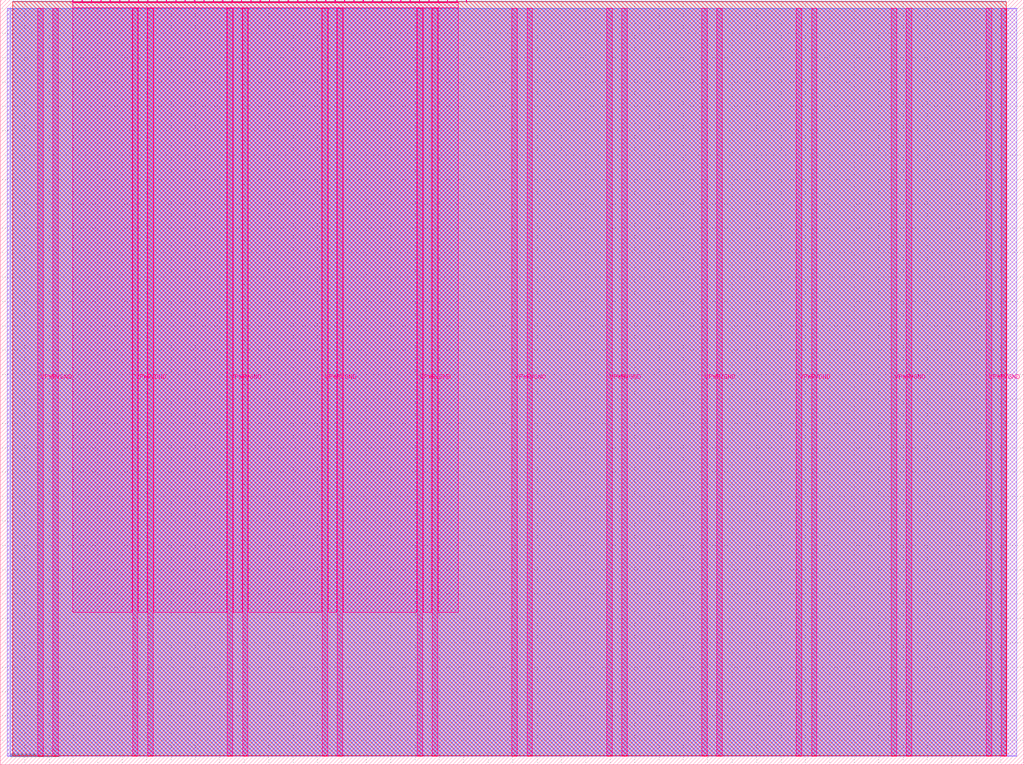
<source format=lef>
VERSION 5.7 ;
  NOWIREEXTENSIONATPIN ON ;
  DIVIDERCHAR "/" ;
  BUSBITCHARS "[]" ;
MACRO tt_um_zec_square1
  CLASS BLOCK ;
  FOREIGN tt_um_zec_square1 ;
  ORIGIN 0.000 0.000 ;
  SIZE 419.520 BY 313.740 ;
  PIN VGND
    DIRECTION INOUT ;
    USE GROUND ;
    PORT
      LAYER Metal5 ;
        RECT 21.580 3.560 23.780 310.180 ;
    END
    PORT
      LAYER Metal5 ;
        RECT 60.450 3.560 62.650 310.180 ;
    END
    PORT
      LAYER Metal5 ;
        RECT 99.320 3.560 101.520 310.180 ;
    END
    PORT
      LAYER Metal5 ;
        RECT 138.190 3.560 140.390 310.180 ;
    END
    PORT
      LAYER Metal5 ;
        RECT 177.060 3.560 179.260 310.180 ;
    END
    PORT
      LAYER Metal5 ;
        RECT 215.930 3.560 218.130 310.180 ;
    END
    PORT
      LAYER Metal5 ;
        RECT 254.800 3.560 257.000 310.180 ;
    END
    PORT
      LAYER Metal5 ;
        RECT 293.670 3.560 295.870 310.180 ;
    END
    PORT
      LAYER Metal5 ;
        RECT 332.540 3.560 334.740 310.180 ;
    END
    PORT
      LAYER Metal5 ;
        RECT 371.410 3.560 373.610 310.180 ;
    END
    PORT
      LAYER Metal5 ;
        RECT 410.280 3.560 412.480 310.180 ;
    END
  END VGND
  PIN VPWR
    DIRECTION INOUT ;
    USE POWER ;
    PORT
      LAYER Metal5 ;
        RECT 15.380 3.560 17.580 310.180 ;
    END
    PORT
      LAYER Metal5 ;
        RECT 54.250 3.560 56.450 310.180 ;
    END
    PORT
      LAYER Metal5 ;
        RECT 93.120 3.560 95.320 310.180 ;
    END
    PORT
      LAYER Metal5 ;
        RECT 131.990 3.560 134.190 310.180 ;
    END
    PORT
      LAYER Metal5 ;
        RECT 170.860 3.560 173.060 310.180 ;
    END
    PORT
      LAYER Metal5 ;
        RECT 209.730 3.560 211.930 310.180 ;
    END
    PORT
      LAYER Metal5 ;
        RECT 248.600 3.560 250.800 310.180 ;
    END
    PORT
      LAYER Metal5 ;
        RECT 287.470 3.560 289.670 310.180 ;
    END
    PORT
      LAYER Metal5 ;
        RECT 326.340 3.560 328.540 310.180 ;
    END
    PORT
      LAYER Metal5 ;
        RECT 365.210 3.560 367.410 310.180 ;
    END
    PORT
      LAYER Metal5 ;
        RECT 404.080 3.560 406.280 310.180 ;
    END
  END VPWR
  PIN clk
    DIRECTION INPUT ;
    USE SIGNAL ;
    ANTENNAGATEAREA 0.213200 ;
    PORT
      LAYER Metal5 ;
        RECT 187.050 312.740 187.350 313.740 ;
    END
  END clk
  PIN ena
    DIRECTION INPUT ;
    USE SIGNAL ;
    PORT
      LAYER Metal5 ;
        RECT 190.890 312.740 191.190 313.740 ;
    END
  END ena
  PIN rst_n
    DIRECTION INPUT ;
    USE SIGNAL ;
    ANTENNAGATEAREA 0.213200 ;
    PORT
      LAYER Metal5 ;
        RECT 183.210 312.740 183.510 313.740 ;
    END
  END rst_n
  PIN ui_in[0]
    DIRECTION INPUT ;
    USE SIGNAL ;
    PORT
      LAYER Metal5 ;
        RECT 179.370 312.740 179.670 313.740 ;
    END
  END ui_in[0]
  PIN ui_in[1]
    DIRECTION INPUT ;
    USE SIGNAL ;
    PORT
      LAYER Metal5 ;
        RECT 175.530 312.740 175.830 313.740 ;
    END
  END ui_in[1]
  PIN ui_in[2]
    DIRECTION INPUT ;
    USE SIGNAL ;
    PORT
      LAYER Metal5 ;
        RECT 171.690 312.740 171.990 313.740 ;
    END
  END ui_in[2]
  PIN ui_in[3]
    DIRECTION INPUT ;
    USE SIGNAL ;
    PORT
      LAYER Metal5 ;
        RECT 167.850 312.740 168.150 313.740 ;
    END
  END ui_in[3]
  PIN ui_in[4]
    DIRECTION INPUT ;
    USE SIGNAL ;
    PORT
      LAYER Metal5 ;
        RECT 164.010 312.740 164.310 313.740 ;
    END
  END ui_in[4]
  PIN ui_in[5]
    DIRECTION INPUT ;
    USE SIGNAL ;
    PORT
      LAYER Metal5 ;
        RECT 160.170 312.740 160.470 313.740 ;
    END
  END ui_in[5]
  PIN ui_in[6]
    DIRECTION INPUT ;
    USE SIGNAL ;
    PORT
      LAYER Metal5 ;
        RECT 156.330 312.740 156.630 313.740 ;
    END
  END ui_in[6]
  PIN ui_in[7]
    DIRECTION INPUT ;
    USE SIGNAL ;
    PORT
      LAYER Metal5 ;
        RECT 152.490 312.740 152.790 313.740 ;
    END
  END ui_in[7]
  PIN uio_in[0]
    DIRECTION INPUT ;
    USE SIGNAL ;
    PORT
      LAYER Metal5 ;
        RECT 148.650 312.740 148.950 313.740 ;
    END
  END uio_in[0]
  PIN uio_in[1]
    DIRECTION INPUT ;
    USE SIGNAL ;
    PORT
      LAYER Metal5 ;
        RECT 144.810 312.740 145.110 313.740 ;
    END
  END uio_in[1]
  PIN uio_in[2]
    DIRECTION INPUT ;
    USE SIGNAL ;
    PORT
      LAYER Metal5 ;
        RECT 140.970 312.740 141.270 313.740 ;
    END
  END uio_in[2]
  PIN uio_in[3]
    DIRECTION INPUT ;
    USE SIGNAL ;
    PORT
      LAYER Metal5 ;
        RECT 137.130 312.740 137.430 313.740 ;
    END
  END uio_in[3]
  PIN uio_in[4]
    DIRECTION INPUT ;
    USE SIGNAL ;
    PORT
      LAYER Metal5 ;
        RECT 133.290 312.740 133.590 313.740 ;
    END
  END uio_in[4]
  PIN uio_in[5]
    DIRECTION INPUT ;
    USE SIGNAL ;
    PORT
      LAYER Metal5 ;
        RECT 129.450 312.740 129.750 313.740 ;
    END
  END uio_in[5]
  PIN uio_in[6]
    DIRECTION INPUT ;
    USE SIGNAL ;
    PORT
      LAYER Metal5 ;
        RECT 125.610 312.740 125.910 313.740 ;
    END
  END uio_in[6]
  PIN uio_in[7]
    DIRECTION INPUT ;
    USE SIGNAL ;
    PORT
      LAYER Metal5 ;
        RECT 121.770 312.740 122.070 313.740 ;
    END
  END uio_in[7]
  PIN uio_oe[0]
    DIRECTION OUTPUT ;
    USE SIGNAL ;
    ANTENNADIFFAREA 0.299200 ;
    PORT
      LAYER Metal5 ;
        RECT 56.490 312.740 56.790 313.740 ;
    END
  END uio_oe[0]
  PIN uio_oe[1]
    DIRECTION OUTPUT ;
    USE SIGNAL ;
    ANTENNADIFFAREA 0.299200 ;
    PORT
      LAYER Metal5 ;
        RECT 52.650 312.740 52.950 313.740 ;
    END
  END uio_oe[1]
  PIN uio_oe[2]
    DIRECTION OUTPUT ;
    USE SIGNAL ;
    ANTENNADIFFAREA 0.299200 ;
    PORT
      LAYER Metal5 ;
        RECT 48.810 312.740 49.110 313.740 ;
    END
  END uio_oe[2]
  PIN uio_oe[3]
    DIRECTION OUTPUT ;
    USE SIGNAL ;
    ANTENNADIFFAREA 0.299200 ;
    PORT
      LAYER Metal5 ;
        RECT 44.970 312.740 45.270 313.740 ;
    END
  END uio_oe[3]
  PIN uio_oe[4]
    DIRECTION OUTPUT ;
    USE SIGNAL ;
    ANTENNADIFFAREA 0.299200 ;
    PORT
      LAYER Metal5 ;
        RECT 41.130 312.740 41.430 313.740 ;
    END
  END uio_oe[4]
  PIN uio_oe[5]
    DIRECTION OUTPUT ;
    USE SIGNAL ;
    ANTENNADIFFAREA 0.299200 ;
    PORT
      LAYER Metal5 ;
        RECT 37.290 312.740 37.590 313.740 ;
    END
  END uio_oe[5]
  PIN uio_oe[6]
    DIRECTION OUTPUT ;
    USE SIGNAL ;
    ANTENNADIFFAREA 0.299200 ;
    PORT
      LAYER Metal5 ;
        RECT 33.450 312.740 33.750 313.740 ;
    END
  END uio_oe[6]
  PIN uio_oe[7]
    DIRECTION OUTPUT ;
    USE SIGNAL ;
    ANTENNADIFFAREA 0.392700 ;
    PORT
      LAYER Metal5 ;
        RECT 29.610 312.740 29.910 313.740 ;
    END
  END uio_oe[7]
  PIN uio_out[0]
    DIRECTION OUTPUT ;
    USE SIGNAL ;
    ANTENNADIFFAREA 0.299200 ;
    PORT
      LAYER Metal5 ;
        RECT 87.210 312.740 87.510 313.740 ;
    END
  END uio_out[0]
  PIN uio_out[1]
    DIRECTION OUTPUT ;
    USE SIGNAL ;
    ANTENNADIFFAREA 0.299200 ;
    PORT
      LAYER Metal5 ;
        RECT 83.370 312.740 83.670 313.740 ;
    END
  END uio_out[1]
  PIN uio_out[2]
    DIRECTION OUTPUT ;
    USE SIGNAL ;
    ANTENNADIFFAREA 0.299200 ;
    PORT
      LAYER Metal5 ;
        RECT 79.530 312.740 79.830 313.740 ;
    END
  END uio_out[2]
  PIN uio_out[3]
    DIRECTION OUTPUT ;
    USE SIGNAL ;
    ANTENNADIFFAREA 0.299200 ;
    PORT
      LAYER Metal5 ;
        RECT 75.690 312.740 75.990 313.740 ;
    END
  END uio_out[3]
  PIN uio_out[4]
    DIRECTION OUTPUT ;
    USE SIGNAL ;
    ANTENNADIFFAREA 0.299200 ;
    PORT
      LAYER Metal5 ;
        RECT 71.850 312.740 72.150 313.740 ;
    END
  END uio_out[4]
  PIN uio_out[5]
    DIRECTION OUTPUT ;
    USE SIGNAL ;
    ANTENNADIFFAREA 0.299200 ;
    PORT
      LAYER Metal5 ;
        RECT 68.010 312.740 68.310 313.740 ;
    END
  END uio_out[5]
  PIN uio_out[6]
    DIRECTION OUTPUT ;
    USE SIGNAL ;
    ANTENNADIFFAREA 0.299200 ;
    PORT
      LAYER Metal5 ;
        RECT 64.170 312.740 64.470 313.740 ;
    END
  END uio_out[6]
  PIN uio_out[7]
    DIRECTION OUTPUT ;
    USE SIGNAL ;
    ANTENNADIFFAREA 0.706800 ;
    PORT
      LAYER Metal5 ;
        RECT 60.330 312.740 60.630 313.740 ;
    END
  END uio_out[7]
  PIN uo_out[0]
    DIRECTION OUTPUT ;
    USE SIGNAL ;
    ANTENNADIFFAREA 0.632400 ;
    PORT
      LAYER Metal5 ;
        RECT 117.930 312.740 118.230 313.740 ;
    END
  END uo_out[0]
  PIN uo_out[1]
    DIRECTION OUTPUT ;
    USE SIGNAL ;
    ANTENNADIFFAREA 0.632400 ;
    PORT
      LAYER Metal5 ;
        RECT 114.090 312.740 114.390 313.740 ;
    END
  END uo_out[1]
  PIN uo_out[2]
    DIRECTION OUTPUT ;
    USE SIGNAL ;
    ANTENNADIFFAREA 0.632400 ;
    PORT
      LAYER Metal5 ;
        RECT 110.250 312.740 110.550 313.740 ;
    END
  END uo_out[2]
  PIN uo_out[3]
    DIRECTION OUTPUT ;
    USE SIGNAL ;
    ANTENNADIFFAREA 0.654800 ;
    PORT
      LAYER Metal5 ;
        RECT 106.410 312.740 106.710 313.740 ;
    END
  END uo_out[3]
  PIN uo_out[4]
    DIRECTION OUTPUT ;
    USE SIGNAL ;
    ANTENNADIFFAREA 0.632400 ;
    PORT
      LAYER Metal5 ;
        RECT 102.570 312.740 102.870 313.740 ;
    END
  END uo_out[4]
  PIN uo_out[5]
    DIRECTION OUTPUT ;
    USE SIGNAL ;
    ANTENNADIFFAREA 0.632400 ;
    PORT
      LAYER Metal5 ;
        RECT 98.730 312.740 99.030 313.740 ;
    END
  END uo_out[5]
  PIN uo_out[6]
    DIRECTION OUTPUT ;
    USE SIGNAL ;
    ANTENNADIFFAREA 0.632400 ;
    PORT
      LAYER Metal5 ;
        RECT 94.890 312.740 95.190 313.740 ;
    END
  END uo_out[6]
  PIN uo_out[7]
    DIRECTION OUTPUT ;
    USE SIGNAL ;
    ANTENNADIFFAREA 0.706800 ;
    PORT
      LAYER Metal5 ;
        RECT 91.050 312.740 91.350 313.740 ;
    END
  END uo_out[7]
  OBS
      LAYER GatPoly ;
        RECT 2.880 3.630 416.640 310.110 ;
      LAYER Metal1 ;
        RECT 2.880 3.560 416.640 310.180 ;
      LAYER Metal2 ;
        RECT 4.175 3.680 412.345 310.060 ;
      LAYER Metal3 ;
        RECT 5.180 3.635 412.300 313.045 ;
      LAYER Metal4 ;
        RECT 5.135 3.680 412.345 313.000 ;
      LAYER Metal5 ;
        RECT 30.120 312.530 33.240 312.740 ;
        RECT 33.960 312.530 37.080 312.740 ;
        RECT 37.800 312.530 40.920 312.740 ;
        RECT 41.640 312.530 44.760 312.740 ;
        RECT 45.480 312.530 48.600 312.740 ;
        RECT 49.320 312.530 52.440 312.740 ;
        RECT 53.160 312.530 56.280 312.740 ;
        RECT 57.000 312.530 60.120 312.740 ;
        RECT 60.840 312.530 63.960 312.740 ;
        RECT 64.680 312.530 67.800 312.740 ;
        RECT 68.520 312.530 71.640 312.740 ;
        RECT 72.360 312.530 75.480 312.740 ;
        RECT 76.200 312.530 79.320 312.740 ;
        RECT 80.040 312.530 83.160 312.740 ;
        RECT 83.880 312.530 87.000 312.740 ;
        RECT 87.720 312.530 90.840 312.740 ;
        RECT 91.560 312.530 94.680 312.740 ;
        RECT 95.400 312.530 98.520 312.740 ;
        RECT 99.240 312.530 102.360 312.740 ;
        RECT 103.080 312.530 106.200 312.740 ;
        RECT 106.920 312.530 110.040 312.740 ;
        RECT 110.760 312.530 113.880 312.740 ;
        RECT 114.600 312.530 117.720 312.740 ;
        RECT 118.440 312.530 121.560 312.740 ;
        RECT 122.280 312.530 125.400 312.740 ;
        RECT 126.120 312.530 129.240 312.740 ;
        RECT 129.960 312.530 133.080 312.740 ;
        RECT 133.800 312.530 136.920 312.740 ;
        RECT 137.640 312.530 140.760 312.740 ;
        RECT 141.480 312.530 144.600 312.740 ;
        RECT 145.320 312.530 148.440 312.740 ;
        RECT 149.160 312.530 152.280 312.740 ;
        RECT 153.000 312.530 156.120 312.740 ;
        RECT 156.840 312.530 159.960 312.740 ;
        RECT 160.680 312.530 163.800 312.740 ;
        RECT 164.520 312.530 167.640 312.740 ;
        RECT 168.360 312.530 171.480 312.740 ;
        RECT 172.200 312.530 175.320 312.740 ;
        RECT 176.040 312.530 179.160 312.740 ;
        RECT 179.880 312.530 183.000 312.740 ;
        RECT 183.720 312.530 186.840 312.740 ;
        RECT 187.560 312.530 187.780 312.740 ;
        RECT 29.660 310.390 187.780 312.530 ;
        RECT 29.660 62.435 54.040 310.390 ;
        RECT 56.660 62.435 60.240 310.390 ;
        RECT 62.860 62.435 92.910 310.390 ;
        RECT 95.530 62.435 99.110 310.390 ;
        RECT 101.730 62.435 131.780 310.390 ;
        RECT 134.400 62.435 137.980 310.390 ;
        RECT 140.600 62.435 170.650 310.390 ;
        RECT 173.270 62.435 176.850 310.390 ;
        RECT 179.470 62.435 187.780 310.390 ;
  END
END tt_um_zec_square1
END LIBRARY


</source>
